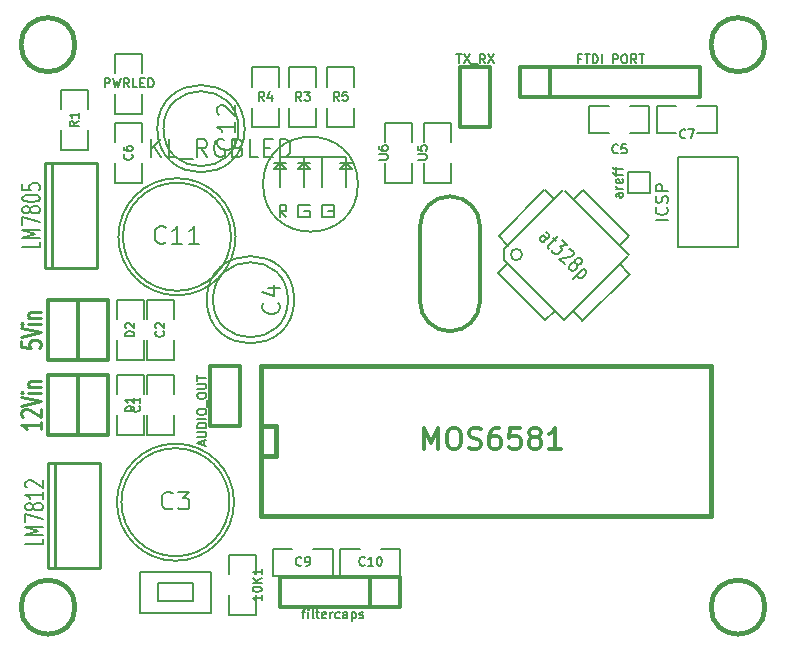
<source format=gto>
G04 (created by PCBNEW (2013-jul-07)-stable) date Sat 20 Jun 2015 02:51:25 AM PDT*
%MOIN*%
G04 Gerber Fmt 3.4, Leading zero omitted, Abs format*
%FSLAX34Y34*%
G01*
G70*
G90*
G04 APERTURE LIST*
%ADD10C,0.00393701*%
%ADD11C,0.006*%
%ADD12C,0.0125*%
%ADD13C,0.008*%
%ADD14C,0.005*%
%ADD15C,0.012*%
%ADD16C,0.00590551*%
%ADD17C,0.01*%
%ADD18C,0.015*%
%ADD19C,0.0075*%
%ADD20C,0.0107*%
%ADD21C,0.01125*%
G04 APERTURE END LIST*
G54D10*
G54D11*
X24620Y9679D02*
X24302Y9361D01*
X23079Y11220D02*
X22768Y10909D01*
X24620Y9679D02*
X23079Y11220D01*
X24330Y8724D02*
X24634Y8420D01*
X22775Y7154D02*
X23072Y6857D01*
X23065Y6850D02*
X24642Y8413D01*
X20272Y9672D02*
X21799Y11213D01*
X20455Y8880D02*
X22457Y6879D01*
X21813Y11213D02*
X22103Y10923D01*
X20463Y9226D02*
X22428Y11192D01*
X24620Y9028D02*
X22471Y11178D01*
X22464Y6872D02*
X24585Y8993D01*
X20257Y8441D02*
X21827Y6872D01*
X21827Y6872D02*
X22145Y7190D01*
X20451Y8890D02*
X20451Y9215D01*
X20259Y8443D02*
X20578Y8762D01*
X20590Y9354D02*
X20270Y9673D01*
X21051Y9055D02*
G75*
G03X21051Y9055I-188J0D01*
G74*
G01*
G54D12*
X19650Y7500D02*
X19650Y10000D01*
X17650Y7500D02*
X17650Y10000D01*
X18650Y11000D02*
G75*
G03X17650Y10000I0J-1000D01*
G74*
G01*
X19650Y10000D02*
G75*
G03X18650Y11000I-1000J0D01*
G74*
G01*
X17650Y7500D02*
G75*
G03X18650Y6500I1000J0D01*
G74*
G01*
X18650Y6500D02*
G75*
G03X19650Y7500I0J1000D01*
G74*
G01*
G54D13*
X10681Y-2888D02*
X8319Y-2888D01*
X8319Y-2888D02*
X8319Y-1512D01*
X8319Y-1512D02*
X10681Y-1512D01*
X10681Y-1512D02*
X10681Y-2888D01*
X10090Y-2495D02*
X8910Y-2495D01*
X8910Y-2495D02*
X8910Y-1905D01*
X8910Y-1905D02*
X10090Y-1905D01*
X10090Y-1905D02*
X10090Y-2495D01*
X10681Y-2888D02*
X10681Y-2692D01*
X10681Y-2888D02*
X8319Y-2888D01*
X8319Y-2888D02*
X8319Y-2692D01*
X8319Y-1708D02*
X8319Y-1512D01*
X8319Y-1512D02*
X10681Y-1512D01*
X10681Y-1512D02*
X10681Y-1708D01*
X9992Y-2495D02*
X9008Y-2495D01*
X9992Y-1905D02*
X9028Y-1905D01*
G54D14*
X7550Y5550D02*
X8450Y5550D01*
X8450Y5550D02*
X8450Y6200D01*
X7550Y6900D02*
X7550Y7550D01*
X7550Y7550D02*
X8450Y7550D01*
X8450Y7550D02*
X8450Y6900D01*
X7550Y6200D02*
X7550Y5550D01*
X15450Y15300D02*
X14550Y15300D01*
X14550Y15300D02*
X14550Y14650D01*
X15450Y13950D02*
X15450Y13300D01*
X15450Y13300D02*
X14550Y13300D01*
X14550Y13300D02*
X14550Y13950D01*
X15450Y14650D02*
X15450Y15300D01*
X12950Y15300D02*
X12050Y15300D01*
X12050Y15300D02*
X12050Y14650D01*
X12950Y13950D02*
X12950Y13300D01*
X12950Y13300D02*
X12050Y13300D01*
X12050Y13300D02*
X12050Y13950D01*
X12950Y14650D02*
X12950Y15300D01*
X14200Y15300D02*
X13300Y15300D01*
X13300Y15300D02*
X13300Y14650D01*
X14200Y13950D02*
X14200Y13300D01*
X14200Y13300D02*
X13300Y13300D01*
X13300Y13300D02*
X13300Y13950D01*
X14200Y14650D02*
X14200Y15300D01*
X17000Y-1650D02*
X17000Y-750D01*
X17000Y-750D02*
X16350Y-750D01*
X15650Y-1650D02*
X15000Y-1650D01*
X15000Y-1650D02*
X15000Y-750D01*
X15000Y-750D02*
X15650Y-750D01*
X16350Y-1650D02*
X17000Y-1650D01*
X14750Y-1650D02*
X14750Y-750D01*
X14750Y-750D02*
X14100Y-750D01*
X13400Y-1650D02*
X12750Y-1650D01*
X12750Y-1650D02*
X12750Y-750D01*
X12750Y-750D02*
X13400Y-750D01*
X14100Y-1650D02*
X14750Y-1650D01*
X16500Y11450D02*
X17400Y11450D01*
X17400Y11450D02*
X17400Y12100D01*
X16500Y12800D02*
X16500Y13450D01*
X16500Y13450D02*
X17400Y13450D01*
X17400Y13450D02*
X17400Y12800D01*
X16500Y12100D02*
X16500Y11450D01*
X17800Y11450D02*
X18700Y11450D01*
X18700Y11450D02*
X18700Y12100D01*
X17800Y12800D02*
X17800Y13450D01*
X17800Y13450D02*
X18700Y13450D01*
X18700Y13450D02*
X18700Y12800D01*
X17800Y12100D02*
X17800Y11450D01*
X23300Y14000D02*
X23300Y13100D01*
X23300Y13100D02*
X23950Y13100D01*
X24650Y14000D02*
X25300Y14000D01*
X25300Y14000D02*
X25300Y13100D01*
X25300Y13100D02*
X24650Y13100D01*
X23950Y14000D02*
X23300Y14000D01*
X8400Y13450D02*
X7500Y13450D01*
X7500Y13450D02*
X7500Y12800D01*
X8400Y12100D02*
X8400Y11450D01*
X8400Y11450D02*
X7500Y11450D01*
X7500Y11450D02*
X7500Y12100D01*
X8400Y12800D02*
X8400Y13450D01*
X27550Y13100D02*
X27550Y14000D01*
X27550Y14000D02*
X26900Y14000D01*
X26200Y13100D02*
X25550Y13100D01*
X25550Y13100D02*
X25550Y14000D01*
X25550Y14000D02*
X26200Y14000D01*
X26900Y13100D02*
X27550Y13100D01*
X12200Y-950D02*
X11300Y-950D01*
X11300Y-950D02*
X11300Y-1600D01*
X12200Y-2300D02*
X12200Y-2950D01*
X12200Y-2950D02*
X11300Y-2950D01*
X11300Y-2950D02*
X11300Y-2300D01*
X12200Y-1600D02*
X12200Y-950D01*
X8400Y15750D02*
X7500Y15750D01*
X7500Y15750D02*
X7500Y15100D01*
X8400Y14400D02*
X8400Y13750D01*
X8400Y13750D02*
X7500Y13750D01*
X7500Y13750D02*
X7500Y14400D01*
X8400Y15100D02*
X8400Y15750D01*
X5700Y12550D02*
X6600Y12550D01*
X6600Y12550D02*
X6600Y13200D01*
X5700Y13900D02*
X5700Y14550D01*
X5700Y14550D02*
X6600Y14550D01*
X6600Y14550D02*
X6600Y13900D01*
X5700Y13200D02*
X5700Y12550D01*
X9450Y5050D02*
X8550Y5050D01*
X8550Y5050D02*
X8550Y4400D01*
X9450Y3700D02*
X9450Y3050D01*
X9450Y3050D02*
X8550Y3050D01*
X8550Y3050D02*
X8550Y3700D01*
X9450Y4400D02*
X9450Y5050D01*
X7550Y3050D02*
X8450Y3050D01*
X8450Y3050D02*
X8450Y3700D01*
X7550Y4400D02*
X7550Y5050D01*
X7550Y5050D02*
X8450Y5050D01*
X8450Y5050D02*
X8450Y4400D01*
X7550Y3700D02*
X7550Y3050D01*
X9450Y7550D02*
X8550Y7550D01*
X8550Y7550D02*
X8550Y6900D01*
X9450Y6200D02*
X9450Y5550D01*
X9450Y5550D02*
X8550Y5550D01*
X8550Y5550D02*
X8550Y6200D01*
X9450Y6900D02*
X9450Y7550D01*
G54D15*
X21000Y14300D02*
X21000Y15300D01*
X21000Y15300D02*
X27000Y15300D01*
X27000Y15300D02*
X27000Y14300D01*
X27000Y14300D02*
X21000Y14300D01*
X22000Y14300D02*
X22000Y15300D01*
X10650Y5350D02*
X11650Y5350D01*
X11650Y5350D02*
X11650Y3350D01*
X11650Y3350D02*
X10650Y3350D01*
X10650Y3350D02*
X10650Y5350D01*
X20000Y13300D02*
X19000Y13300D01*
X19000Y13300D02*
X19000Y15300D01*
X19000Y15300D02*
X20000Y15300D01*
X20000Y15300D02*
X20000Y13300D01*
X7250Y5550D02*
X6250Y5550D01*
X6250Y5550D02*
X6250Y7550D01*
X6250Y7550D02*
X7250Y7550D01*
X7250Y7550D02*
X7250Y5550D01*
X5250Y7550D02*
X6250Y7550D01*
X6250Y7550D02*
X6250Y5550D01*
X6250Y5550D02*
X5250Y5550D01*
X5250Y5550D02*
X5250Y7550D01*
X6250Y3050D02*
X5250Y3050D01*
X5250Y3050D02*
X5250Y5050D01*
X5250Y5050D02*
X6250Y5050D01*
X6250Y5050D02*
X6250Y3050D01*
X7250Y3050D02*
X6250Y3050D01*
X6250Y3050D02*
X6250Y5050D01*
X6250Y5050D02*
X7250Y5050D01*
X7250Y5050D02*
X7250Y3050D01*
G54D16*
X24595Y11095D02*
X24595Y11804D01*
X24595Y11804D02*
X25304Y11804D01*
X25304Y11804D02*
X25304Y11095D01*
X25304Y11095D02*
X24595Y11095D01*
G54D13*
X28250Y12300D02*
X28250Y9300D01*
X26250Y9300D02*
X26250Y12300D01*
X26250Y12300D02*
X28250Y12300D01*
X28250Y9300D02*
X26250Y9300D01*
G54D17*
X5400Y8600D02*
X5150Y8600D01*
X5150Y8600D02*
X5150Y12100D01*
X5150Y12100D02*
X5400Y12100D01*
X6900Y8600D02*
X5400Y8600D01*
X5400Y8600D02*
X5400Y12100D01*
X5400Y12100D02*
X6900Y12100D01*
X6900Y12100D02*
X6900Y8600D01*
X5500Y-1400D02*
X5250Y-1400D01*
X5250Y-1400D02*
X5250Y2100D01*
X5250Y2100D02*
X5500Y2100D01*
X7000Y-1400D02*
X5500Y-1400D01*
X5500Y-1400D02*
X5500Y2100D01*
X5500Y2100D02*
X7000Y2100D01*
X7000Y2100D02*
X7000Y-1400D01*
G54D16*
X14800Y10500D02*
X14800Y10700D01*
X14400Y10700D02*
X14800Y10700D01*
X14400Y10700D02*
X14400Y10300D01*
X14400Y10300D02*
X14800Y10300D01*
X14800Y10300D02*
X14800Y10500D01*
X14800Y10500D02*
X14600Y10500D01*
X13600Y10700D02*
X14000Y10700D01*
X13600Y10700D02*
X13600Y10300D01*
X13600Y10300D02*
X14000Y10300D01*
X14000Y10300D02*
X14000Y10500D01*
X14000Y10500D02*
X13800Y10500D01*
X13000Y10300D02*
X13000Y10700D01*
X13000Y10700D02*
X13200Y10700D01*
X13200Y10700D02*
X13200Y10500D01*
X13200Y10500D02*
X13000Y10500D01*
X13000Y10500D02*
X13200Y10300D01*
X12800Y12100D02*
X13200Y12100D01*
X13600Y12100D02*
X14000Y12100D01*
X15000Y12100D02*
X15400Y12100D01*
X15000Y11900D02*
X15400Y11900D01*
X15400Y11900D02*
X15200Y12100D01*
X15200Y12100D02*
X15000Y11900D01*
X12800Y11900D02*
X13200Y11900D01*
X13200Y11900D02*
X13000Y12100D01*
X13000Y12100D02*
X12800Y11900D01*
X13600Y11900D02*
X13800Y12100D01*
X13800Y11900D02*
X13600Y11900D01*
X13600Y11900D02*
X14000Y11900D01*
X14000Y11900D02*
X13800Y12100D01*
X13800Y11300D02*
X13800Y12300D01*
X14400Y11300D02*
X14400Y12300D01*
X13000Y11300D02*
X13000Y12300D01*
X13000Y12300D02*
X15200Y12300D01*
X15200Y12300D02*
X15200Y11300D01*
X15581Y11400D02*
G75*
G03X15581Y11400I-1581J0D01*
G74*
G01*
G54D18*
X12350Y3350D02*
X12350Y3350D01*
X12350Y3350D02*
X12850Y3350D01*
X12850Y3350D02*
X12850Y2350D01*
X12850Y2350D02*
X12350Y2350D01*
X12350Y5350D02*
X27350Y5350D01*
X27350Y5350D02*
X27350Y350D01*
X27350Y350D02*
X12350Y350D01*
X12350Y350D02*
X12350Y5350D01*
G54D16*
X11352Y9650D02*
G75*
G03X11352Y9650I-1802J0D01*
G74*
G01*
X11502Y9650D02*
G75*
G03X11502Y9650I-1952J0D01*
G74*
G01*
X11302Y800D02*
G75*
G03X11302Y800I-1802J0D01*
G74*
G01*
X11452Y800D02*
G75*
G03X11452Y800I-1952J0D01*
G74*
G01*
X11807Y13250D02*
G75*
G03X11807Y13250I-1457J0D01*
G74*
G01*
X11600Y13250D02*
G75*
G03X11600Y13250I-1250J0D01*
G74*
G01*
X13457Y7550D02*
G75*
G03X13457Y7550I-1457J0D01*
G74*
G01*
X13250Y7550D02*
G75*
G03X13250Y7550I-1250J0D01*
G74*
G01*
G54D18*
X6150Y-2700D02*
G75*
G03X6150Y-2700I-900J0D01*
G74*
G01*
X6150Y16050D02*
G75*
G03X6150Y16050I-900J0D01*
G74*
G01*
X29150Y-2700D02*
G75*
G03X29150Y-2700I-900J0D01*
G74*
G01*
X29150Y16050D02*
G75*
G03X29150Y16050I-900J0D01*
G74*
G01*
G54D15*
X17000Y-2700D02*
X17000Y-2700D01*
X17000Y-1700D02*
X17000Y-2700D01*
X17000Y-2700D02*
X17000Y-2700D01*
X17000Y-2700D02*
X13000Y-2700D01*
X13000Y-2700D02*
X13000Y-1700D01*
X13000Y-1700D02*
X17000Y-1700D01*
X16000Y-1700D02*
X16000Y-2700D01*
G54D13*
X21754Y9459D02*
X21939Y9644D01*
X21960Y9691D01*
X21949Y9735D01*
X21896Y9789D01*
X21852Y9799D01*
X21771Y9475D02*
X21727Y9486D01*
X21660Y9553D01*
X21650Y9597D01*
X21670Y9644D01*
X21704Y9677D01*
X21751Y9698D01*
X21795Y9688D01*
X21862Y9620D01*
X21906Y9610D01*
X22084Y9600D02*
X22192Y9492D01*
X22242Y9677D02*
X21939Y9374D01*
X21919Y9327D01*
X21929Y9284D01*
X21956Y9257D01*
X22377Y9543D02*
X22552Y9368D01*
X22323Y9327D01*
X22364Y9287D01*
X22374Y9243D01*
X22370Y9213D01*
X22350Y9166D01*
X22266Y9081D01*
X22219Y9061D01*
X22189Y9058D01*
X22145Y9068D01*
X22064Y9149D01*
X22054Y9193D01*
X22057Y9223D01*
X22626Y9226D02*
X22657Y9230D01*
X22700Y9220D01*
X22768Y9152D01*
X22778Y9108D01*
X22774Y9078D01*
X22754Y9031D01*
X22721Y8997D01*
X22657Y8960D01*
X22293Y8920D01*
X22468Y8745D01*
X22832Y8785D02*
X22822Y8829D01*
X22825Y8859D01*
X22845Y8906D01*
X22862Y8923D01*
X22909Y8943D01*
X22939Y8947D01*
X22983Y8937D01*
X23037Y8883D01*
X23047Y8839D01*
X23044Y8809D01*
X23024Y8762D01*
X23007Y8745D01*
X22960Y8725D01*
X22929Y8721D01*
X22886Y8731D01*
X22832Y8785D01*
X22788Y8795D01*
X22758Y8792D01*
X22710Y8772D01*
X22643Y8704D01*
X22623Y8657D01*
X22620Y8627D01*
X22630Y8583D01*
X22684Y8529D01*
X22727Y8519D01*
X22758Y8523D01*
X22805Y8543D01*
X22872Y8610D01*
X22892Y8657D01*
X22896Y8688D01*
X22886Y8731D01*
X23094Y8590D02*
X22741Y8236D01*
X23077Y8573D02*
X23121Y8563D01*
X23175Y8509D01*
X23185Y8465D01*
X23182Y8435D01*
X23162Y8388D01*
X23061Y8287D01*
X23014Y8267D01*
X22983Y8263D01*
X22939Y8273D01*
X22886Y8327D01*
X22875Y8371D01*
G54D15*
G54D14*
X8121Y6328D02*
X7821Y6328D01*
X7821Y6400D01*
X7835Y6442D01*
X7864Y6471D01*
X7892Y6485D01*
X7950Y6500D01*
X7992Y6500D01*
X8050Y6485D01*
X8078Y6471D01*
X8107Y6442D01*
X8121Y6400D01*
X8121Y6328D01*
X7850Y6614D02*
X7835Y6628D01*
X7821Y6657D01*
X7821Y6728D01*
X7835Y6757D01*
X7850Y6771D01*
X7878Y6785D01*
X7907Y6785D01*
X7950Y6771D01*
X8121Y6600D01*
X8121Y6785D01*
X14950Y14178D02*
X14850Y14321D01*
X14778Y14178D02*
X14778Y14478D01*
X14892Y14478D01*
X14921Y14464D01*
X14935Y14450D01*
X14950Y14421D01*
X14950Y14378D01*
X14935Y14350D01*
X14921Y14335D01*
X14892Y14321D01*
X14778Y14321D01*
X15221Y14478D02*
X15078Y14478D01*
X15064Y14335D01*
X15078Y14350D01*
X15107Y14364D01*
X15178Y14364D01*
X15207Y14350D01*
X15221Y14335D01*
X15235Y14307D01*
X15235Y14235D01*
X15221Y14207D01*
X15207Y14192D01*
X15178Y14178D01*
X15107Y14178D01*
X15078Y14192D01*
X15064Y14207D01*
X12450Y14178D02*
X12350Y14321D01*
X12278Y14178D02*
X12278Y14478D01*
X12392Y14478D01*
X12421Y14464D01*
X12435Y14450D01*
X12450Y14421D01*
X12450Y14378D01*
X12435Y14350D01*
X12421Y14335D01*
X12392Y14321D01*
X12278Y14321D01*
X12707Y14378D02*
X12707Y14178D01*
X12635Y14492D02*
X12564Y14278D01*
X12750Y14278D01*
X13700Y14178D02*
X13600Y14321D01*
X13528Y14178D02*
X13528Y14478D01*
X13642Y14478D01*
X13671Y14464D01*
X13685Y14450D01*
X13700Y14421D01*
X13700Y14378D01*
X13685Y14350D01*
X13671Y14335D01*
X13642Y14321D01*
X13528Y14321D01*
X13800Y14478D02*
X13985Y14478D01*
X13885Y14364D01*
X13928Y14364D01*
X13957Y14350D01*
X13971Y14335D01*
X13985Y14307D01*
X13985Y14235D01*
X13971Y14207D01*
X13957Y14192D01*
X13928Y14178D01*
X13842Y14178D01*
X13814Y14192D01*
X13800Y14207D01*
X15807Y-1292D02*
X15792Y-1307D01*
X15750Y-1321D01*
X15721Y-1321D01*
X15678Y-1307D01*
X15650Y-1278D01*
X15635Y-1250D01*
X15621Y-1192D01*
X15621Y-1150D01*
X15635Y-1092D01*
X15650Y-1064D01*
X15678Y-1035D01*
X15721Y-1021D01*
X15750Y-1021D01*
X15792Y-1035D01*
X15807Y-1050D01*
X16092Y-1321D02*
X15921Y-1321D01*
X16007Y-1321D02*
X16007Y-1021D01*
X15978Y-1064D01*
X15950Y-1092D01*
X15921Y-1107D01*
X16278Y-1021D02*
X16307Y-1021D01*
X16335Y-1035D01*
X16350Y-1050D01*
X16364Y-1078D01*
X16378Y-1135D01*
X16378Y-1207D01*
X16364Y-1264D01*
X16350Y-1292D01*
X16335Y-1307D01*
X16307Y-1321D01*
X16278Y-1321D01*
X16250Y-1307D01*
X16235Y-1292D01*
X16221Y-1264D01*
X16207Y-1207D01*
X16207Y-1135D01*
X16221Y-1078D01*
X16235Y-1050D01*
X16250Y-1035D01*
X16278Y-1021D01*
X13700Y-1292D02*
X13685Y-1307D01*
X13642Y-1321D01*
X13614Y-1321D01*
X13571Y-1307D01*
X13542Y-1278D01*
X13528Y-1250D01*
X13514Y-1192D01*
X13514Y-1150D01*
X13528Y-1092D01*
X13542Y-1064D01*
X13571Y-1035D01*
X13614Y-1021D01*
X13642Y-1021D01*
X13685Y-1035D01*
X13700Y-1050D01*
X13842Y-1321D02*
X13900Y-1321D01*
X13928Y-1307D01*
X13942Y-1292D01*
X13971Y-1250D01*
X13985Y-1192D01*
X13985Y-1078D01*
X13971Y-1050D01*
X13957Y-1035D01*
X13928Y-1021D01*
X13871Y-1021D01*
X13842Y-1035D01*
X13828Y-1050D01*
X13814Y-1078D01*
X13814Y-1150D01*
X13828Y-1178D01*
X13842Y-1192D01*
X13871Y-1207D01*
X13928Y-1207D01*
X13957Y-1192D01*
X13971Y-1178D01*
X13985Y-1150D01*
X16271Y12221D02*
X16514Y12221D01*
X16542Y12235D01*
X16557Y12250D01*
X16571Y12278D01*
X16571Y12335D01*
X16557Y12364D01*
X16542Y12378D01*
X16514Y12392D01*
X16271Y12392D01*
X16271Y12664D02*
X16271Y12607D01*
X16285Y12578D01*
X16300Y12564D01*
X16342Y12535D01*
X16400Y12521D01*
X16514Y12521D01*
X16542Y12535D01*
X16557Y12550D01*
X16571Y12578D01*
X16571Y12635D01*
X16557Y12664D01*
X16542Y12678D01*
X16514Y12692D01*
X16442Y12692D01*
X16414Y12678D01*
X16400Y12664D01*
X16385Y12635D01*
X16385Y12578D01*
X16400Y12550D01*
X16414Y12535D01*
X16442Y12521D01*
X17571Y12221D02*
X17814Y12221D01*
X17842Y12235D01*
X17857Y12250D01*
X17871Y12278D01*
X17871Y12335D01*
X17857Y12364D01*
X17842Y12378D01*
X17814Y12392D01*
X17571Y12392D01*
X17571Y12678D02*
X17571Y12535D01*
X17714Y12521D01*
X17700Y12535D01*
X17685Y12564D01*
X17685Y12635D01*
X17700Y12664D01*
X17714Y12678D01*
X17742Y12692D01*
X17814Y12692D01*
X17842Y12678D01*
X17857Y12664D01*
X17871Y12635D01*
X17871Y12564D01*
X17857Y12535D01*
X17842Y12521D01*
X24250Y12457D02*
X24235Y12442D01*
X24192Y12428D01*
X24164Y12428D01*
X24121Y12442D01*
X24092Y12471D01*
X24078Y12500D01*
X24064Y12557D01*
X24064Y12600D01*
X24078Y12657D01*
X24092Y12685D01*
X24121Y12714D01*
X24164Y12728D01*
X24192Y12728D01*
X24235Y12714D01*
X24250Y12700D01*
X24521Y12728D02*
X24378Y12728D01*
X24364Y12585D01*
X24378Y12600D01*
X24407Y12614D01*
X24478Y12614D01*
X24507Y12600D01*
X24521Y12585D01*
X24535Y12557D01*
X24535Y12485D01*
X24521Y12457D01*
X24507Y12442D01*
X24478Y12428D01*
X24407Y12428D01*
X24378Y12442D01*
X24364Y12457D01*
X8042Y12400D02*
X8057Y12385D01*
X8071Y12342D01*
X8071Y12314D01*
X8057Y12271D01*
X8028Y12242D01*
X8000Y12228D01*
X7942Y12214D01*
X7900Y12214D01*
X7842Y12228D01*
X7814Y12242D01*
X7785Y12271D01*
X7771Y12314D01*
X7771Y12342D01*
X7785Y12385D01*
X7800Y12400D01*
X7771Y12657D02*
X7771Y12600D01*
X7785Y12571D01*
X7800Y12557D01*
X7842Y12528D01*
X7900Y12514D01*
X8014Y12514D01*
X8042Y12528D01*
X8057Y12542D01*
X8071Y12571D01*
X8071Y12628D01*
X8057Y12657D01*
X8042Y12671D01*
X8014Y12685D01*
X7942Y12685D01*
X7914Y12671D01*
X7900Y12657D01*
X7885Y12628D01*
X7885Y12571D01*
X7900Y12542D01*
X7914Y12528D01*
X7942Y12514D01*
X26500Y12957D02*
X26485Y12942D01*
X26442Y12928D01*
X26414Y12928D01*
X26371Y12942D01*
X26342Y12971D01*
X26328Y13000D01*
X26314Y13057D01*
X26314Y13100D01*
X26328Y13157D01*
X26342Y13185D01*
X26371Y13214D01*
X26414Y13228D01*
X26442Y13228D01*
X26485Y13214D01*
X26500Y13200D01*
X26600Y13228D02*
X26800Y13228D01*
X26671Y12928D01*
X12371Y-2300D02*
X12371Y-2471D01*
X12371Y-2385D02*
X12071Y-2385D01*
X12114Y-2414D01*
X12142Y-2442D01*
X12157Y-2471D01*
X12071Y-2114D02*
X12071Y-2085D01*
X12085Y-2057D01*
X12100Y-2042D01*
X12128Y-2028D01*
X12185Y-2014D01*
X12257Y-2014D01*
X12314Y-2028D01*
X12342Y-2042D01*
X12357Y-2057D01*
X12371Y-2085D01*
X12371Y-2114D01*
X12357Y-2142D01*
X12342Y-2157D01*
X12314Y-2171D01*
X12257Y-2185D01*
X12185Y-2185D01*
X12128Y-2171D01*
X12100Y-2157D01*
X12085Y-2142D01*
X12071Y-2114D01*
X12371Y-1885D02*
X12071Y-1885D01*
X12371Y-1714D02*
X12200Y-1842D01*
X12071Y-1714D02*
X12242Y-1885D01*
X12371Y-1428D02*
X12371Y-1600D01*
X12371Y-1514D02*
X12071Y-1514D01*
X12114Y-1542D01*
X12142Y-1571D01*
X12157Y-1600D01*
X7142Y14628D02*
X7142Y14928D01*
X7257Y14928D01*
X7285Y14914D01*
X7300Y14900D01*
X7314Y14871D01*
X7314Y14828D01*
X7300Y14800D01*
X7285Y14785D01*
X7257Y14771D01*
X7142Y14771D01*
X7414Y14928D02*
X7485Y14628D01*
X7542Y14842D01*
X7600Y14628D01*
X7671Y14928D01*
X7957Y14628D02*
X7857Y14771D01*
X7785Y14628D02*
X7785Y14928D01*
X7900Y14928D01*
X7928Y14914D01*
X7942Y14900D01*
X7957Y14871D01*
X7957Y14828D01*
X7942Y14800D01*
X7928Y14785D01*
X7900Y14771D01*
X7785Y14771D01*
X8228Y14628D02*
X8085Y14628D01*
X8085Y14928D01*
X8328Y14785D02*
X8428Y14785D01*
X8471Y14628D02*
X8328Y14628D01*
X8328Y14928D01*
X8471Y14928D01*
X8600Y14628D02*
X8600Y14928D01*
X8671Y14928D01*
X8714Y14914D01*
X8742Y14885D01*
X8757Y14857D01*
X8771Y14800D01*
X8771Y14757D01*
X8757Y14700D01*
X8742Y14671D01*
X8714Y14642D01*
X8671Y14628D01*
X8600Y14628D01*
X6271Y13500D02*
X6128Y13400D01*
X6271Y13328D02*
X5971Y13328D01*
X5971Y13442D01*
X5985Y13471D01*
X6000Y13485D01*
X6028Y13500D01*
X6071Y13500D01*
X6100Y13485D01*
X6114Y13471D01*
X6128Y13442D01*
X6128Y13328D01*
X6271Y13785D02*
X6271Y13614D01*
X6271Y13700D02*
X5971Y13700D01*
X6014Y13671D01*
X6042Y13642D01*
X6057Y13614D01*
X8292Y4000D02*
X8307Y3985D01*
X8321Y3942D01*
X8321Y3914D01*
X8307Y3871D01*
X8278Y3842D01*
X8250Y3828D01*
X8192Y3814D01*
X8150Y3814D01*
X8092Y3828D01*
X8064Y3842D01*
X8035Y3871D01*
X8021Y3914D01*
X8021Y3942D01*
X8035Y3985D01*
X8050Y4000D01*
X8321Y4285D02*
X8321Y4114D01*
X8321Y4200D02*
X8021Y4200D01*
X8064Y4171D01*
X8092Y4142D01*
X8107Y4114D01*
X8121Y3828D02*
X7821Y3828D01*
X7821Y3900D01*
X7835Y3942D01*
X7864Y3971D01*
X7892Y3985D01*
X7950Y4000D01*
X7992Y4000D01*
X8050Y3985D01*
X8078Y3971D01*
X8107Y3942D01*
X8121Y3900D01*
X8121Y3828D01*
X8121Y4285D02*
X8121Y4114D01*
X8121Y4200D02*
X7821Y4200D01*
X7864Y4171D01*
X7892Y4142D01*
X7907Y4114D01*
X9092Y6500D02*
X9107Y6485D01*
X9121Y6442D01*
X9121Y6414D01*
X9107Y6371D01*
X9078Y6342D01*
X9050Y6328D01*
X8992Y6314D01*
X8950Y6314D01*
X8892Y6328D01*
X8864Y6342D01*
X8835Y6371D01*
X8821Y6414D01*
X8821Y6442D01*
X8835Y6485D01*
X8850Y6500D01*
X8850Y6614D02*
X8835Y6628D01*
X8821Y6657D01*
X8821Y6728D01*
X8835Y6757D01*
X8850Y6771D01*
X8878Y6785D01*
X8907Y6785D01*
X8950Y6771D01*
X9121Y6600D01*
X9121Y6785D01*
G54D19*
X23021Y15585D02*
X22921Y15585D01*
X22921Y15428D02*
X22921Y15728D01*
X23064Y15728D01*
X23135Y15728D02*
X23307Y15728D01*
X23221Y15428D02*
X23221Y15728D01*
X23407Y15428D02*
X23407Y15728D01*
X23478Y15728D01*
X23521Y15714D01*
X23550Y15685D01*
X23564Y15657D01*
X23578Y15600D01*
X23578Y15557D01*
X23564Y15500D01*
X23550Y15471D01*
X23521Y15442D01*
X23478Y15428D01*
X23407Y15428D01*
X23707Y15428D02*
X23707Y15728D01*
X24078Y15428D02*
X24078Y15728D01*
X24192Y15728D01*
X24221Y15714D01*
X24235Y15700D01*
X24250Y15671D01*
X24250Y15628D01*
X24235Y15600D01*
X24221Y15585D01*
X24192Y15571D01*
X24078Y15571D01*
X24435Y15728D02*
X24492Y15728D01*
X24521Y15714D01*
X24550Y15685D01*
X24564Y15628D01*
X24564Y15528D01*
X24550Y15471D01*
X24521Y15442D01*
X24492Y15428D01*
X24435Y15428D01*
X24407Y15442D01*
X24378Y15471D01*
X24364Y15528D01*
X24364Y15628D01*
X24378Y15685D01*
X24407Y15714D01*
X24435Y15728D01*
X24864Y15428D02*
X24764Y15571D01*
X24692Y15428D02*
X24692Y15728D01*
X24807Y15728D01*
X24835Y15714D01*
X24850Y15700D01*
X24864Y15671D01*
X24864Y15628D01*
X24850Y15600D01*
X24835Y15585D01*
X24807Y15571D01*
X24692Y15571D01*
X24950Y15728D02*
X25121Y15728D01*
X25035Y15428D02*
X25035Y15728D01*
X10435Y2700D02*
X10435Y2842D01*
X10521Y2671D02*
X10221Y2771D01*
X10521Y2871D01*
X10221Y2971D02*
X10464Y2971D01*
X10492Y2985D01*
X10507Y3000D01*
X10521Y3028D01*
X10521Y3085D01*
X10507Y3114D01*
X10492Y3128D01*
X10464Y3142D01*
X10221Y3142D01*
X10521Y3285D02*
X10221Y3285D01*
X10221Y3357D01*
X10235Y3400D01*
X10264Y3428D01*
X10292Y3442D01*
X10350Y3457D01*
X10392Y3457D01*
X10450Y3442D01*
X10478Y3428D01*
X10507Y3400D01*
X10521Y3357D01*
X10521Y3285D01*
X10521Y3585D02*
X10221Y3585D01*
X10221Y3785D02*
X10221Y3842D01*
X10235Y3871D01*
X10264Y3900D01*
X10321Y3914D01*
X10421Y3914D01*
X10478Y3900D01*
X10507Y3871D01*
X10521Y3842D01*
X10521Y3785D01*
X10507Y3757D01*
X10478Y3728D01*
X10421Y3714D01*
X10321Y3714D01*
X10264Y3728D01*
X10235Y3757D01*
X10221Y3785D01*
X10550Y3971D02*
X10550Y4200D01*
X10221Y4328D02*
X10221Y4385D01*
X10235Y4414D01*
X10264Y4442D01*
X10321Y4457D01*
X10421Y4457D01*
X10478Y4442D01*
X10507Y4414D01*
X10521Y4385D01*
X10521Y4328D01*
X10507Y4300D01*
X10478Y4271D01*
X10421Y4257D01*
X10321Y4257D01*
X10264Y4271D01*
X10235Y4300D01*
X10221Y4328D01*
X10221Y4585D02*
X10464Y4585D01*
X10492Y4600D01*
X10507Y4614D01*
X10521Y4642D01*
X10521Y4700D01*
X10507Y4728D01*
X10492Y4742D01*
X10464Y4757D01*
X10221Y4757D01*
X10221Y4857D02*
X10221Y5028D01*
X10521Y4942D02*
X10221Y4942D01*
X18864Y15728D02*
X19035Y15728D01*
X18950Y15428D02*
X18950Y15728D01*
X19107Y15728D02*
X19307Y15428D01*
X19307Y15728D02*
X19107Y15428D01*
X19350Y15400D02*
X19578Y15400D01*
X19821Y15428D02*
X19721Y15571D01*
X19650Y15428D02*
X19650Y15728D01*
X19764Y15728D01*
X19792Y15714D01*
X19807Y15700D01*
X19821Y15671D01*
X19821Y15628D01*
X19807Y15600D01*
X19792Y15585D01*
X19764Y15571D01*
X19650Y15571D01*
X19921Y15728D02*
X20121Y15428D01*
X20121Y15728D02*
X19921Y15428D01*
G54D20*
X4344Y6172D02*
X4344Y5969D01*
X4668Y5948D01*
X4636Y5969D01*
X4604Y6009D01*
X4604Y6111D01*
X4636Y6152D01*
X4668Y6172D01*
X4733Y6193D01*
X4895Y6193D01*
X4960Y6172D01*
X4993Y6152D01*
X5025Y6111D01*
X5025Y6009D01*
X4993Y5969D01*
X4960Y5948D01*
X4344Y6315D02*
X5025Y6458D01*
X4344Y6600D01*
X5025Y6743D02*
X4571Y6743D01*
X4344Y6743D02*
X4377Y6723D01*
X4409Y6743D01*
X4377Y6764D01*
X4344Y6743D01*
X4409Y6743D01*
X4571Y6947D02*
X5025Y6947D01*
X4636Y6947D02*
X4604Y6967D01*
X4571Y7008D01*
X4571Y7069D01*
X4604Y7110D01*
X4668Y7130D01*
X5025Y7130D01*
X5025Y3489D02*
X5025Y3244D01*
X5025Y3367D02*
X4344Y3367D01*
X4441Y3326D01*
X4506Y3285D01*
X4539Y3244D01*
X4409Y3652D02*
X4377Y3672D01*
X4344Y3713D01*
X4344Y3815D01*
X4377Y3856D01*
X4409Y3876D01*
X4474Y3897D01*
X4539Y3897D01*
X4636Y3876D01*
X5025Y3632D01*
X5025Y3897D01*
X4344Y4019D02*
X5025Y4162D01*
X4344Y4304D01*
X5025Y4447D02*
X4571Y4447D01*
X4344Y4447D02*
X4377Y4427D01*
X4409Y4447D01*
X4377Y4467D01*
X4344Y4447D01*
X4409Y4447D01*
X4571Y4651D02*
X5025Y4651D01*
X4636Y4651D02*
X4604Y4671D01*
X4571Y4712D01*
X4571Y4773D01*
X4604Y4814D01*
X4668Y4834D01*
X5025Y4834D01*
G54D16*
X24408Y11105D02*
X24243Y11105D01*
X24213Y11090D01*
X24198Y11060D01*
X24198Y11000D01*
X24213Y10970D01*
X24393Y11105D02*
X24408Y11075D01*
X24408Y11000D01*
X24393Y10970D01*
X24363Y10955D01*
X24333Y10955D01*
X24303Y10970D01*
X24288Y11000D01*
X24288Y11075D01*
X24273Y11105D01*
X24408Y11255D02*
X24198Y11255D01*
X24258Y11255D02*
X24228Y11270D01*
X24213Y11285D01*
X24198Y11315D01*
X24198Y11345D01*
X24393Y11569D02*
X24408Y11539D01*
X24408Y11479D01*
X24393Y11450D01*
X24363Y11435D01*
X24243Y11435D01*
X24213Y11450D01*
X24198Y11479D01*
X24198Y11539D01*
X24213Y11569D01*
X24243Y11584D01*
X24273Y11584D01*
X24303Y11435D01*
X24198Y11674D02*
X24198Y11794D01*
X24408Y11719D02*
X24138Y11719D01*
X24108Y11734D01*
X24093Y11764D01*
X24093Y11794D01*
X24198Y11854D02*
X24198Y11974D01*
X24408Y11899D02*
X24138Y11899D01*
X24108Y11914D01*
X24093Y11944D01*
X24093Y11974D01*
G54D13*
X25911Y10209D02*
X25511Y10209D01*
X25873Y10628D02*
X25892Y10609D01*
X25911Y10552D01*
X25911Y10514D01*
X25892Y10457D01*
X25854Y10419D01*
X25816Y10400D01*
X25740Y10380D01*
X25683Y10380D01*
X25607Y10400D01*
X25569Y10419D01*
X25530Y10457D01*
X25511Y10514D01*
X25511Y10552D01*
X25530Y10609D01*
X25550Y10628D01*
X25892Y10780D02*
X25911Y10838D01*
X25911Y10933D01*
X25892Y10971D01*
X25873Y10990D01*
X25835Y11009D01*
X25797Y11009D01*
X25759Y10990D01*
X25740Y10971D01*
X25721Y10933D01*
X25702Y10857D01*
X25683Y10819D01*
X25664Y10800D01*
X25626Y10780D01*
X25588Y10780D01*
X25550Y10800D01*
X25530Y10819D01*
X25511Y10857D01*
X25511Y10952D01*
X25530Y11009D01*
X25911Y11180D02*
X25511Y11180D01*
X25511Y11333D01*
X25530Y11371D01*
X25550Y11390D01*
X25588Y11409D01*
X25645Y11409D01*
X25683Y11390D01*
X25702Y11371D01*
X25721Y11333D01*
X25721Y11180D01*
X4992Y9483D02*
X4992Y9292D01*
X4392Y9292D01*
X4992Y9616D02*
X4392Y9616D01*
X4821Y9750D01*
X4392Y9883D01*
X4992Y9883D01*
X4392Y10035D02*
X4392Y10302D01*
X4992Y10130D01*
X4650Y10511D02*
X4621Y10473D01*
X4592Y10454D01*
X4535Y10435D01*
X4507Y10435D01*
X4450Y10454D01*
X4421Y10473D01*
X4392Y10511D01*
X4392Y10588D01*
X4421Y10626D01*
X4450Y10645D01*
X4507Y10664D01*
X4535Y10664D01*
X4592Y10645D01*
X4621Y10626D01*
X4650Y10588D01*
X4650Y10511D01*
X4678Y10473D01*
X4707Y10454D01*
X4764Y10435D01*
X4878Y10435D01*
X4935Y10454D01*
X4964Y10473D01*
X4992Y10511D01*
X4992Y10588D01*
X4964Y10626D01*
X4935Y10645D01*
X4878Y10664D01*
X4764Y10664D01*
X4707Y10645D01*
X4678Y10626D01*
X4650Y10588D01*
X4392Y10911D02*
X4392Y10950D01*
X4421Y10988D01*
X4450Y11007D01*
X4507Y11026D01*
X4621Y11045D01*
X4764Y11045D01*
X4878Y11026D01*
X4935Y11007D01*
X4964Y10988D01*
X4992Y10950D01*
X4992Y10911D01*
X4964Y10873D01*
X4935Y10854D01*
X4878Y10835D01*
X4764Y10816D01*
X4621Y10816D01*
X4507Y10835D01*
X4450Y10854D01*
X4421Y10873D01*
X4392Y10911D01*
X4392Y11407D02*
X4392Y11216D01*
X4678Y11197D01*
X4650Y11216D01*
X4621Y11254D01*
X4621Y11350D01*
X4650Y11388D01*
X4678Y11407D01*
X4735Y11426D01*
X4878Y11426D01*
X4935Y11407D01*
X4964Y11388D01*
X4992Y11350D01*
X4992Y11254D01*
X4964Y11216D01*
X4935Y11197D01*
X5092Y-416D02*
X5092Y-607D01*
X4492Y-607D01*
X5092Y-283D02*
X4492Y-283D01*
X4921Y-150D01*
X4492Y-16D01*
X5092Y-16D01*
X4492Y135D02*
X4492Y402D01*
X5092Y230D01*
X4750Y611D02*
X4721Y573D01*
X4692Y554D01*
X4635Y535D01*
X4607Y535D01*
X4550Y554D01*
X4521Y573D01*
X4492Y611D01*
X4492Y688D01*
X4521Y726D01*
X4550Y745D01*
X4607Y764D01*
X4635Y764D01*
X4692Y745D01*
X4721Y726D01*
X4750Y688D01*
X4750Y611D01*
X4778Y573D01*
X4807Y554D01*
X4864Y535D01*
X4978Y535D01*
X5035Y554D01*
X5064Y573D01*
X5092Y611D01*
X5092Y688D01*
X5064Y726D01*
X5035Y745D01*
X4978Y764D01*
X4864Y764D01*
X4807Y745D01*
X4778Y726D01*
X4750Y688D01*
X5092Y1145D02*
X5092Y916D01*
X5092Y1030D02*
X4492Y1030D01*
X4578Y992D01*
X4635Y954D01*
X4664Y916D01*
X4550Y1297D02*
X4521Y1316D01*
X4492Y1354D01*
X4492Y1450D01*
X4521Y1488D01*
X4550Y1507D01*
X4607Y1526D01*
X4664Y1526D01*
X4750Y1507D01*
X5092Y1278D01*
X5092Y1526D01*
G54D16*
X8694Y12310D02*
X8694Y12901D01*
X9031Y12310D02*
X8778Y12648D01*
X9031Y12901D02*
X8694Y12564D01*
X9565Y12310D02*
X9284Y12310D01*
X9284Y12901D01*
X9622Y12254D02*
X10071Y12254D01*
X10550Y12310D02*
X10353Y12592D01*
X10212Y12310D02*
X10212Y12901D01*
X10437Y12901D01*
X10493Y12873D01*
X10521Y12845D01*
X10550Y12789D01*
X10550Y12704D01*
X10521Y12648D01*
X10493Y12620D01*
X10437Y12592D01*
X10212Y12592D01*
X11112Y12873D02*
X11056Y12901D01*
X10971Y12901D01*
X10887Y12873D01*
X10831Y12817D01*
X10803Y12760D01*
X10775Y12648D01*
X10775Y12564D01*
X10803Y12451D01*
X10831Y12395D01*
X10887Y12339D01*
X10971Y12310D01*
X11028Y12310D01*
X11112Y12339D01*
X11140Y12367D01*
X11140Y12564D01*
X11028Y12564D01*
X11590Y12620D02*
X11674Y12592D01*
X11703Y12564D01*
X11731Y12507D01*
X11731Y12423D01*
X11703Y12367D01*
X11674Y12339D01*
X11618Y12310D01*
X11393Y12310D01*
X11393Y12901D01*
X11590Y12901D01*
X11646Y12873D01*
X11674Y12845D01*
X11703Y12789D01*
X11703Y12732D01*
X11674Y12676D01*
X11646Y12648D01*
X11590Y12620D01*
X11393Y12620D01*
X12265Y12310D02*
X11984Y12310D01*
X11984Y12901D01*
X12462Y12620D02*
X12659Y12620D01*
X12743Y12310D02*
X12462Y12310D01*
X12462Y12901D01*
X12743Y12901D01*
X12996Y12310D02*
X12996Y12901D01*
X13137Y12901D01*
X13221Y12873D01*
X13277Y12817D01*
X13305Y12760D01*
X13334Y12648D01*
X13334Y12564D01*
X13305Y12451D01*
X13277Y12395D01*
X13221Y12339D01*
X13137Y12310D01*
X12996Y12310D01*
G54D21*
G54D15*
X17783Y2566D02*
X17783Y3266D01*
X18016Y2766D01*
X18250Y3266D01*
X18250Y2566D01*
X18716Y3266D02*
X18850Y3266D01*
X18916Y3233D01*
X18983Y3166D01*
X19016Y3033D01*
X19016Y2800D01*
X18983Y2666D01*
X18916Y2600D01*
X18850Y2566D01*
X18716Y2566D01*
X18650Y2600D01*
X18583Y2666D01*
X18550Y2800D01*
X18550Y3033D01*
X18583Y3166D01*
X18650Y3233D01*
X18716Y3266D01*
X19283Y2600D02*
X19383Y2566D01*
X19550Y2566D01*
X19616Y2600D01*
X19650Y2633D01*
X19683Y2700D01*
X19683Y2766D01*
X19650Y2833D01*
X19616Y2866D01*
X19550Y2900D01*
X19416Y2933D01*
X19350Y2966D01*
X19316Y3000D01*
X19283Y3066D01*
X19283Y3133D01*
X19316Y3200D01*
X19350Y3233D01*
X19416Y3266D01*
X19583Y3266D01*
X19683Y3233D01*
X20283Y3266D02*
X20150Y3266D01*
X20083Y3233D01*
X20050Y3200D01*
X19983Y3100D01*
X19950Y2966D01*
X19950Y2700D01*
X19983Y2633D01*
X20016Y2600D01*
X20083Y2566D01*
X20216Y2566D01*
X20283Y2600D01*
X20316Y2633D01*
X20350Y2700D01*
X20350Y2866D01*
X20316Y2933D01*
X20283Y2966D01*
X20216Y3000D01*
X20083Y3000D01*
X20016Y2966D01*
X19983Y2933D01*
X19950Y2866D01*
X20983Y3266D02*
X20650Y3266D01*
X20616Y2933D01*
X20650Y2966D01*
X20716Y3000D01*
X20883Y3000D01*
X20950Y2966D01*
X20983Y2933D01*
X21016Y2866D01*
X21016Y2700D01*
X20983Y2633D01*
X20950Y2600D01*
X20883Y2566D01*
X20716Y2566D01*
X20650Y2600D01*
X20616Y2633D01*
X21416Y2966D02*
X21350Y3000D01*
X21316Y3033D01*
X21283Y3100D01*
X21283Y3133D01*
X21316Y3200D01*
X21350Y3233D01*
X21416Y3266D01*
X21550Y3266D01*
X21616Y3233D01*
X21650Y3200D01*
X21683Y3133D01*
X21683Y3100D01*
X21650Y3033D01*
X21616Y3000D01*
X21550Y2966D01*
X21416Y2966D01*
X21350Y2933D01*
X21316Y2900D01*
X21283Y2833D01*
X21283Y2700D01*
X21316Y2633D01*
X21350Y2600D01*
X21416Y2566D01*
X21550Y2566D01*
X21616Y2600D01*
X21650Y2633D01*
X21683Y2700D01*
X21683Y2833D01*
X21650Y2900D01*
X21616Y2933D01*
X21550Y2966D01*
X22350Y2566D02*
X21950Y2566D01*
X22150Y2566D02*
X22150Y3266D01*
X22083Y3166D01*
X22016Y3100D01*
X21950Y3066D01*
G54D16*
X9170Y9467D02*
X9142Y9439D01*
X9057Y9410D01*
X9001Y9410D01*
X8917Y9439D01*
X8861Y9495D01*
X8832Y9551D01*
X8804Y9664D01*
X8804Y9748D01*
X8832Y9860D01*
X8861Y9917D01*
X8917Y9973D01*
X9001Y10001D01*
X9057Y10001D01*
X9142Y9973D01*
X9170Y9945D01*
X9732Y9410D02*
X9395Y9410D01*
X9564Y9410D02*
X9564Y10001D01*
X9507Y9917D01*
X9451Y9860D01*
X9395Y9832D01*
X10295Y9410D02*
X9957Y9410D01*
X10126Y9410D02*
X10126Y10001D01*
X10070Y9917D01*
X10014Y9860D01*
X9957Y9832D01*
X9401Y617D02*
X9373Y589D01*
X9289Y560D01*
X9232Y560D01*
X9148Y589D01*
X9092Y645D01*
X9064Y701D01*
X9035Y814D01*
X9035Y898D01*
X9064Y1010D01*
X9092Y1067D01*
X9148Y1123D01*
X9232Y1151D01*
X9289Y1151D01*
X9373Y1123D01*
X9401Y1095D01*
X9598Y1151D02*
X9964Y1151D01*
X9767Y926D01*
X9851Y926D01*
X9907Y898D01*
X9935Y870D01*
X9964Y814D01*
X9964Y673D01*
X9935Y617D01*
X9907Y589D01*
X9851Y560D01*
X9682Y560D01*
X9626Y589D01*
X9598Y617D01*
X11432Y12920D02*
X11460Y12892D01*
X11489Y12807D01*
X11489Y12751D01*
X11460Y12667D01*
X11404Y12611D01*
X11348Y12582D01*
X11235Y12554D01*
X11151Y12554D01*
X11039Y12582D01*
X10982Y12611D01*
X10926Y12667D01*
X10898Y12751D01*
X10898Y12807D01*
X10926Y12892D01*
X10954Y12920D01*
X11489Y13482D02*
X11489Y13145D01*
X11489Y13314D02*
X10898Y13314D01*
X10982Y13257D01*
X11039Y13201D01*
X11067Y13145D01*
X10954Y13707D02*
X10926Y13735D01*
X10898Y13792D01*
X10898Y13932D01*
X10926Y13988D01*
X10954Y14017D01*
X11010Y14045D01*
X11067Y14045D01*
X11151Y14017D01*
X11489Y13679D01*
X11489Y14045D01*
X12932Y7451D02*
X12960Y7423D01*
X12989Y7339D01*
X12989Y7282D01*
X12960Y7198D01*
X12904Y7142D01*
X12848Y7114D01*
X12735Y7085D01*
X12651Y7085D01*
X12539Y7114D01*
X12482Y7142D01*
X12426Y7198D01*
X12398Y7282D01*
X12398Y7339D01*
X12426Y7423D01*
X12454Y7451D01*
X12595Y7957D02*
X12989Y7957D01*
X12370Y7817D02*
X12792Y7676D01*
X12792Y8042D01*
G54D17*
G54D19*
X13714Y-2871D02*
X13828Y-2871D01*
X13757Y-3071D02*
X13757Y-2814D01*
X13771Y-2785D01*
X13800Y-2771D01*
X13828Y-2771D01*
X13928Y-3071D02*
X13928Y-2871D01*
X13928Y-2771D02*
X13914Y-2785D01*
X13928Y-2800D01*
X13942Y-2785D01*
X13928Y-2771D01*
X13928Y-2800D01*
X14114Y-3071D02*
X14085Y-3057D01*
X14071Y-3028D01*
X14071Y-2771D01*
X14185Y-2871D02*
X14300Y-2871D01*
X14228Y-2771D02*
X14228Y-3028D01*
X14242Y-3057D01*
X14271Y-3071D01*
X14300Y-3071D01*
X14514Y-3057D02*
X14485Y-3071D01*
X14428Y-3071D01*
X14400Y-3057D01*
X14385Y-3028D01*
X14385Y-2914D01*
X14400Y-2885D01*
X14428Y-2871D01*
X14485Y-2871D01*
X14514Y-2885D01*
X14528Y-2914D01*
X14528Y-2942D01*
X14385Y-2971D01*
X14657Y-3071D02*
X14657Y-2871D01*
X14657Y-2928D02*
X14671Y-2900D01*
X14685Y-2885D01*
X14714Y-2871D01*
X14742Y-2871D01*
X14971Y-3057D02*
X14942Y-3071D01*
X14885Y-3071D01*
X14857Y-3057D01*
X14842Y-3042D01*
X14828Y-3014D01*
X14828Y-2928D01*
X14842Y-2900D01*
X14857Y-2885D01*
X14885Y-2871D01*
X14942Y-2871D01*
X14971Y-2885D01*
X15228Y-3071D02*
X15228Y-2914D01*
X15214Y-2885D01*
X15185Y-2871D01*
X15128Y-2871D01*
X15100Y-2885D01*
X15228Y-3057D02*
X15200Y-3071D01*
X15128Y-3071D01*
X15100Y-3057D01*
X15085Y-3028D01*
X15085Y-3000D01*
X15100Y-2971D01*
X15128Y-2957D01*
X15200Y-2957D01*
X15228Y-2942D01*
X15371Y-2871D02*
X15371Y-3171D01*
X15371Y-2885D02*
X15400Y-2871D01*
X15457Y-2871D01*
X15485Y-2885D01*
X15500Y-2900D01*
X15514Y-2928D01*
X15514Y-3014D01*
X15500Y-3042D01*
X15485Y-3057D01*
X15457Y-3071D01*
X15400Y-3071D01*
X15371Y-3057D01*
X15628Y-3057D02*
X15657Y-3071D01*
X15714Y-3071D01*
X15742Y-3057D01*
X15757Y-3028D01*
X15757Y-3014D01*
X15742Y-2985D01*
X15714Y-2971D01*
X15671Y-2971D01*
X15642Y-2957D01*
X15628Y-2928D01*
X15628Y-2914D01*
X15642Y-2885D01*
X15671Y-2871D01*
X15714Y-2871D01*
X15742Y-2885D01*
M02*

</source>
